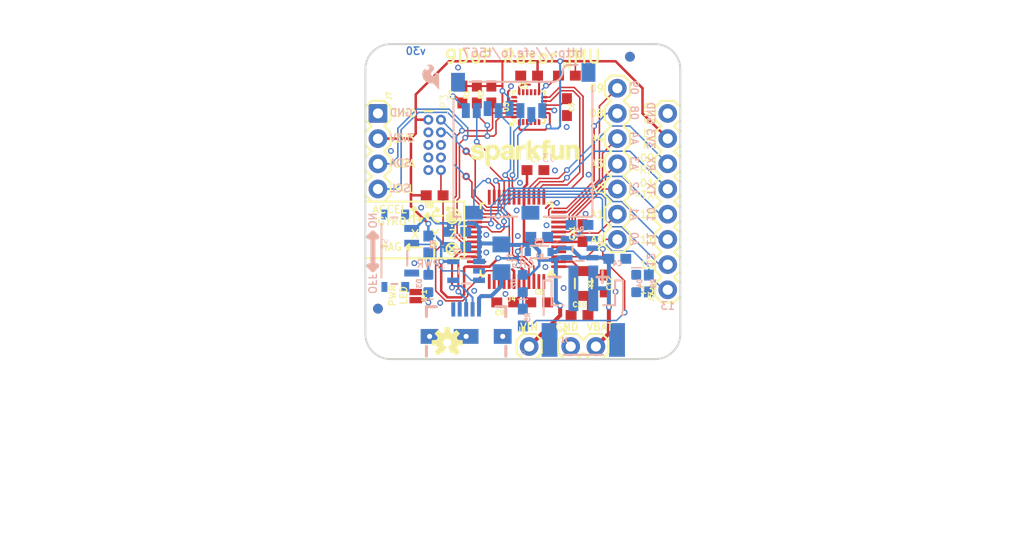
<source format=kicad_pcb>
(kicad_pcb (version 20211014) (generator pcbnew)
  (layers (0 "F.Cu" signal) (31 "B.Cu" signal) (34 "B.Paste" user) (35 "F.Paste" user) (36 "B.SilkS" user "B.Silkscreen") (37 "F.SilkS" user "F.Silkscreen") (38 "B.Mask" user) (39 "F.Mask" user) (44 "Edge.Cuts" user))
  (net 0 "")
  (net 1 "GND")
  (net 2 "REGOUT")
  (net 3 "3.3V")
  (net 4 "VDDCORE")
  (net 5 "N$2")
  (net 6 "N$4")
  (net 7 "~{RESET}")
  (net 8 "D+")
  (net 9 "D-")
  (net 10 "D1/TXO")
  (net 11 "D0/RXI")
  (net 12 "D4/INT")
  (net 13 "D3/FSYNC")
  (net 14 "D2/SD_CD")
  (net 15 "D5")
  (net 16 "D6")
  (net 17 "D7")
  (net 18 "VIN")
  (net 19 "A1")
  (net 20 "A0")
  (net 21 "D12")
  (net 22 "D10")
  (net 23 "N$5")
  (net 24 "D11")
  (net 25 "SWCLK")
  (net 26 "SWDIO")
  (net 27 "SDA")
  (net 28 "SCL")
  (net 29 "N$1")
  (net 30 "SD_MOSI")
  (net 31 "SD_SCK")
  (net 32 "SD_MISO")
  (net 33 "SD_~{CS}")
  (net 34 "D13")
  (net 35 "N$8")
  (net 36 "N$9")
  (net 37 "VREG_EN")
  (net 38 "N$7")
  (net 39 "CHG_LED")
  (net 40 "N$3")
  (net 41 "SHIELD")
  (net 42 "N$11")
  (net 43 "N$12")
  (net 44 "V_BATT")
  (net 45 "A2")
  (net 46 "A3")
  (net 47 "A4")
  (net 48 "A5")
  (net 49 "D8")
  (net 50 "D9")
  (net 51 "ID")
  (footprint "boardEagle:0603" (layer "F.Cu") (at 139.6111 104.3686 180)
    (fp_text reference "R8")
    (fp_text value "10k")
  )
  (footprint "boardEagle:PAD.03X.03" (layer "F.Cu") (at 142.7861 99.9236)
    (fp_text reference "TP2" hide)
    (fp_text value "TEST-POINT3" hide)
  )
  (footprint "boardEagle:1X07" (layer "F.Cu") (at 158.0261 108.8136 90)
    (fp_text reference "J4")
    (fp_text value "")
  )
  (footprint "boardEagle:CREATIVE_COMMONS" (layer "F.Cu") (at 116.1161 138.6586)
    (fp_text reference "FRAME1" hide)
    (fp_text value "FRAME-LETTER" hide)
  )
  (footprint "boardEagle:0603" (layer "F.Cu") (at 146.7231 115.1636 180)
    (fp_text reference "C9")
    (fp_text value "0.1uF")
  )
  (footprint "boardEagle:1X01" (layer "F.Cu") (at 149.1361 119.6086)
    (fp_text reference "J8")
    (fp_text value "")
  )
  (footprint "boardEagle:TQFP-48" (layer "F.Cu") (at 147.8661 108.8136 180)
    (fp_text reference "U4")
    (fp_text value "ATSAMD21G-A")
  )
  (footprint "boardEagle:0603" (layer "F.Cu") (at 154.5209 108.1786 90)
    (fp_text reference "C11")
    (fp_text value "0.1uF")
  )
  (footprint "boardEagle:STAND-OFF" (layer "F.Cu") (at 135.1661 91.6686)
    (fp_text reference "H4" hide)
    (fp_text value "STAND-OFF" hide)
  )
  (footprint "boardEagle:0603" (layer "F.Cu") (at 145.3261 94.2086 90)
    (fp_text reference "R2")
    (fp_text value "4.7k")
  )
  (footprint "boardEagle:0603" (layer "F.Cu") (at 156.7561 113.2586 -90)
    (fp_text reference "C12")
    (fp_text value "15pF")
  )
  (footprint "boardEagle:QFN24-3X3" (layer "F.Cu") (at 149.1361 95.4786 90)
    (fp_text reference "U3")
    (fp_text value "MPU-9250")
  )
  (footprint "boardEagle:0603" (layer "F.Cu") (at 149.1361 92.3036 180)
    (fp_text reference "C5")
    (fp_text value "0.1uF")
  )
  (footprint "boardEagle:1X04" (layer "F.Cu") (at 133.8961 96.1136 -90)
    (fp_text reference "J7")
    (fp_text value "")
  )
  (footprint "boardEagle:0603" (layer "F.Cu") (at 152.9461 92.3036)
    (fp_text reference "R6")
    (fp_text value "100k")
  )
  (footprint "boardEagle:0603" (layer "F.Cu") (at 142.4051 94.2086 90)
    (fp_text reference "R7")
    (fp_text value "100k")
  )
  (footprint "boardEagle:STAND-OFF" (layer "F.Cu") (at 161.8361 91.6686)
    (fp_text reference "H3" hide)
    (fp_text value "STAND-OFF" hide)
  )
  (footprint "boardEagle:OSHW-LOGO-S" (layer "F.Cu") (at 140.8811 119.2276)
    (fp_text reference "LOGO2" hide)
    (fp_text value "OSHW-LOGOS" hide)
  )
  (footprint "boardEagle:0603" (layer "F.Cu") (at 143.8656 94.2086 90)
    (fp_text reference "R1")
    (fp_text value "4.7k")
  )
  (footprint "boardEagle:0603" (layer "F.Cu") (at 154.2161 116.4336)
    (fp_text reference "C10")
    (fp_text value "15pF")
  )
  (footprint "boardEagle:SFE_LOGO_NAME_.1" (layer "F.Cu") (at 142.7861 102.0826)
    (fp_text reference "LOGO3" hide)
    (fp_text value "SFE_LOGO_NAME.1_INCH" hide)
  )
  (footprint "boardEagle:SMT-JUMPER_2_NC_PASTE_NO-SILK" (layer "F.Cu") (at 137.7061 114.5286 -90)
    (fp_text reference "JP1")
    (fp_text value "LED")
  )
  (footprint "boardEagle:FIDUCIAL-1X2" (layer "F.Cu") (at 133.8961 115.7986)
    (fp_text reference "FD4" hide)
    (fp_text value "FIDUCIAL1X2" hide)
  )
  (footprint "boardEagle:PAD.03X.03" (layer "F.Cu") (at 142.7861 102.4636)
    (fp_text reference "TP1" hide)
    (fp_text value "TEST-POINT3" hide)
  )
  (footprint "boardEagle:0603" (layer "F.Cu") (at 152.9461 95.4786 -90)
    (fp_text reference "C6")
    (fp_text value "0.1uF")
  )
  (footprint "boardEagle:0603" (layer "F.Cu") (at 149.7711 101.8286)
    (fp_text reference "C7")
    (fp_text value "0.1uF")
  )
  (footprint "boardEagle:0603" (layer "F.Cu") (at 150.1521 115.1636)
    (fp_text reference "C8")
    (fp_text value "0.1uF")
  )
  (footprint "boardEagle:CRYSTAL-SMD-3.2X1.5MM" (layer "F.Cu") (at 154.5971 113.2586 -90)
    (fp_text reference "Y1")
    (fp_text value "32.768kHz")
  )
  (footprint "boardEagle:2X5-PTH-1.27MM" (layer "F.Cu") (at 139.6111 99.2886 -90)
    (fp_text reference "JP3")
    (fp_text value "CORTEX_DEBUGPTH")
  )
  (footprint "boardEagle:STAND-OFF" (layer "F.Cu") (at 161.8361 118.3386)
    (fp_text reference "H1" hide)
    (fp_text value "STAND-OFF" hide)
  )
  (footprint "boardEagle:1X02" (layer "F.Cu") (at 153.3271 119.6086)
    (fp_text reference "J6")
    (fp_text value "")
  )
  (footprint "boardEagle:STAND-OFF" (layer "F.Cu") (at 135.1661 118.3386)
    (fp_text reference "H2" hide)
    (fp_text value "STAND-OFF" hide)
  )
  (footprint "boardEagle:1X08" (layer "F.Cu") (at 163.1061 113.8936 90)
    (fp_text reference "J5")
    (fp_text value "")
  )
  (footprint "boardEagle:FIDUCIAL-1X2" (layer "F.Cu") (at 159.2961 90.3986)
    (fp_text reference "FD2" hide)
    (fp_text value "FIDUCIAL1X2" hide)
  )
  (footprint "boardEagle:0603" (layer "B.Cu") (at 148.5011 116.6876 90)
    (fp_text reference "R5")
    (fp_text value "1k")
  )
  (footprint "boardEagle:FIDUCIAL-1X2" (layer "B.Cu") (at 159.2961 90.3986 180)
    (fp_text reference "FD3" hide)
    (fp_text value "FIDUCIAL1X2" hide)
  )
  (footprint "boardEagle:USB-B-MICRO-SMD_V03" (layer "B.Cu") (at 142.7861 118.5926 90)
    (fp_text reference "J2")
    (fp_text value "")
  )
  (footprint "boardEagle:0603" (layer "B.Cu") (at 158.0261 110.7694)
    (fp_text reference "C4")
    (fp_text value "4.7uF")
  )
  (footprint "boardEagle:0603" (layer "B.Cu") (at 141.8971 108.0516)
    (fp_text reference "C1")
    (fp_text value "1.0uF")
  )
  (footprint "boardEagle:LED-0603" (layer "B.Cu") (at 148.5011 113.2586 -90)
    (fp_text reference "D2")
    (fp_text value "Yellow")
  )
  (footprint "boardEagle:0603" (layer "B.Cu") (at 150.1521 108.5596)
    (fp_text reference "C3")
    (fp_text value "4.7uF")
  )
  (footprint "boardEagle:LED-0603" (layer "B.Cu") (at 138.9761 113.2586 -90)
    (fp_text reference "D3")
    (fp_text value "RED")
  )
  (footprint "boardEagle:JST-2-SMD" (layer "B.Cu") (at 154.5971 117.4496)
    (fp_text reference "J1")
    (fp_text value "LiPo")
  )
  (footprint "boardEagle:MICRO-SD-SOCKET-PP" (layer "B.Cu") (at 141.5161 106.5276 180)
    (fp_text reference "J3")
    (fp_text value "USD_CONNECTOR")
  )
  (footprint "boardEagle:LED-0603" (layer "B.Cu") (at 159.9311 113.2586 90)
    (fp_text reference "D4")
    (fp_text value "BLUE")
  )
  (footprint "boardEagle:0603" (layer "B.Cu") (at 141.8971 109.5756)
    (fp_text reference "C2")
    (fp_text value "2.2uF")
  )
  (footprint "boardEagle:SOD-323" (layer "B.Cu") (at 150.1521 110.0836)
    (fp_text reference "D1")
    (fp_text value "1A/23V/620mV")
  )
  (footprint "boardEagle:SOT23-5" (layer "B.Cu") (at 154.2161 109.7026 -90)
    (fp_text reference "U2")
    (fp_text value "MCP73831")
  )
  (footprint "boardEagle:SOT23-5" (layer "B.Cu") (at 142.7861 111.9886 -90)
    (fp_text reference "U1")
    (fp_text value "3.3V")
  )
  (footprint "boardEagle:0603" (layer "B.Cu") (at 138.9761 109.3216 90)
    (fp_text reference "R3")
    (fp_text value "1k")
  )
  (footprint "boardEagle:FIDUCIAL-1X2" (layer "B.Cu") (at 133.8961 115.7986 180)
    (fp_text reference "FD1" hide)
    (fp_text value "FIDUCIAL1X2" hide)
  )
  (footprint "boardEagle:SWITCH-SPST-SMD-A" (layer "B.Cu") (at 135.5471 109.9566 -90)
    (fp_text reference "S1")
    (fp_text value "SWITCH-SPST-SMD-A")
  )
  (footprint "boardEagle:0603" (layer "B.Cu") (at 161.2011 113.2586 90)
    (fp_text reference "R9")
    (fp_text value "1k")
  )
  (footprint "boardEagle:1206" (layer "B.Cu") (at 146.3421 110.7186 90)
    (fp_text reference "F1")
    (fp_text value "6V/0.5A")
  )
  (footprint "boardEagle:0603" (layer "B.Cu") (at 154.2161 107.3531)
    (fp_text reference "R4")
    (fp_text value "2.2k")
  )
  (footprint "boardEagle:SFE_LOGO_FLAME_.1" (layer "B.Cu") (at 140.3731 94.0816 180)
    (fp_text reference "LOGO1" hide)
    (fp_text value "SFE_LOGO_FLAME.1_INCH" hide)
  )
  (gr_line (start 133.3881 111.8616) (end 133.7691 111.4806) (layer "B.SilkS") (width 0.508))
  (gr_line (start 133.3881 108.1786) (end 133.0071 108.5596) (layer "B.SilkS") (width 0.508))
  (gr_line (start 133.0071 108.5596) (end 133.7691 108.5596) (layer "B.SilkS") (width 0.508))
  (gr_line (start 133.0071 111.4806) (end 133.3881 111.8616) (layer "B.SilkS") (width 0.508))
  (gr_line (start 133.3881 111.8616) (end 133.3881 108.1786) (layer "B.SilkS") (width 0.508))
  (gr_line (start 133.7691 108.5596) (end 133.3881 108.1786) (layer "B.SilkS") (width 0.508))
  (gr_line (start 133.7691 111.4806) (end 133.0071 111.4806) (layer "B.SilkS") (width 0.508))
  (gr_line (start 136.7536 109.601) (end 137.0076 109.347) (layer "F.SilkS") (width 0.254))
  (gr_line (start 140.0302 105.791) (end 139.7762 105.664) (layer "F.SilkS") (width 0.254))
  (gr_line (start 140.0302 105.791) (end 139.9032 106.0196) (layer "F.SilkS") (width 0.254))
  (gr_arc (start 137.033 106.9594) (mid 137.6045 106.3879) (end 138.176 106.9594) (layer "F.SilkS") (width 0.2032))
  (gr_line (start 142.5956 105.0036) (end 132.6261 105.0036) (layer "F.SilkS") (width 0.2032))
  (gr_line (start 139.573 109.0422) (end 139.573 110.4392) (layer "F.SilkS") (width 0.2032))
  (gr_arc (start 140.0302 107.061) (mid 139.3952 106.426) (end 140.0302 105.791) (layer "F.SilkS") (width 0.2032))
  (gr_line (start 141.0462 110.0836) (end 141.6812 109.4486) (layer "F.SilkS") (width 0.2032))
  (gr_line (start 142.5956 110.7186) (end 142.5956 105.0036) (layer "F.SilkS") (width 0.2032))
  (gr_line (start 139.573 109.0422) (end 139.827 109.2962) (layer "F.SilkS") (width 0.254))
  (gr_line (start 141.060515 105.863572) (end 140.898871 105.522322) (layer "F.SilkS") (width 0.254))
  (gr_line (start 137.541 105.5624) (end 137.541 107.2134) (layer "F.SilkS") (width 0.2032))
  (gr_circle (center 141.3891 106.62666) (end 141.4145 106.62666) (layer "F.SilkS") (width 0.4064) (fill none))
  (gr_line (start 140.809068 105.791732) (end 140.898871 105.522322) (layer "F.SilkS") (width 0.254))
  (gr_line (start 136.7536 109.601) (end 138.2776 109.601) (layer "F.SilkS") (width 0.2032))
  (gr_line (start 138.6332 106.426) (end 140.4112 106.426) (layer "F.SilkS") (width 0.2032))
  (gr_line (start 139.9032 106.0196) (end 139.7762 105.664) (layer "F.SilkS") (width 0.254))
  (gr_line (start 137.033 109.8804) (end 137.033 109.3216) (layer "F.SilkS") (width 0.254))
  (gr_line (start 139.2936 109.3216) (end 139.8524 109.3216) (layer "F.SilkS") (width 0.254))
  (gr_line (start 138.6332 106.426) (end 138.8872 106.68) (layer "F.SilkS") (width 0.254))
  (gr_line (start 137.795 105.8164) (end 137.287 105.8164) (layer "F.SilkS") (width 0.254))
  (gr_line (start 138.176 106.9594) (end 138.303 106.7054) (layer "F.SilkS") (width 0.254))
  (gr_line (start 137.541 105.5624) (end 137.287 105.8164) (layer "F.SilkS") (width 0.254))
  (gr_line (start 138.176 106.9594) (end 137.922 106.8324) (layer "F.SilkS") (width 0.254))
  (gr_line (start 138.9126 106.7054) (end 138.9126 106.1466) (layer "F.SilkS") (width 0.254))
  (gr_circle (center 141.39164 106.624119) (end 141.95954 106.624119) (layer "F.SilkS") (width 0.2032) (fill none))
  (gr_line (start 140.809068 105.791732) (end 141.060515 105.863572) (layer "F.SilkS") (width 0.254))
  (gr_line (start 139.573 109.0422) (end 139.319 109.2962) (layer "F.SilkS") (width 0.254))
  (gr_line (start 137.541 105.5624) (end 137.795 105.8164) (layer "F.SilkS") (width 0.254))
  (gr_line (start 141.0462 109.474) (end 141.6812 110.109) (layer "F.SilkS") (width 0.2032))
  (gr_line (start 136.7536 109.601) (end 137.0076 109.855) (layer "F.SilkS") (width 0.254))
  (gr_circle (center 141.361159 109.773719) (end 141.929059 109.773719) (layer "F.SilkS") (width 0.2032) (fill none))
  (gr_line (start 138.6332 106.426) (end 138.8872 106.172) (layer "F.SilkS") (width 0.254))
  (gr_line (start 142.5956 110.7186) (end 132.6261 110.7186) (layer "F.SilkS") (width 0.2032))
  (gr_line (start 138.303 106.7054) (end 137.922 106.8324) (layer "F.SilkS") (width 0.254))
  (gr_arc (start 140.844987 105.75581) (mid 142.050436 106.043219) (end 142.048343 107.282455) (layer "F.SilkS") (width 0.2032))
  (gr_line (start 161.8361 89.1286) (end 135.1661 89.1286) (layer "Edge.Cuts") (width 0.2032))
  (gr_line (start 164.3761 118.3386) (end 164.3761 91.6686) (layer "Edge.Cuts") (width 0.2032))
  (gr_arc (start 132.6261 91.6686) (mid 133.370049 89.872549) (end 135.1661 89.1286) (layer "Edge.Cuts") (width 0.2032))
  (gr_arc (start 135.1661 120.8786) (mid 133.370049 120.134651) (end 132.6261 118.3386) (layer "Edge.Cuts") (width 0.2032))
  (gr_arc (start 161.8361 89.1286) (mid 163.632151 89.872549) (end 164.3761 91.6686) (layer "Edge.Cuts") (width 0.2032))
  (gr_line (start 135.1661 120.8786) (end 161.8361 120.8786) (layer "Edge.Cuts") (width 0.2032))
  (gr_arc (start 164.3761 118.3386) (mid 163.632151 120.134651) (end 161.8361 120.8786) (layer "Edge.Cuts") (width 0.2032))
  (gr_line (start 132.6261 91.6686) (end 132.6261 118.3386) (layer "Edge.Cuts") (width 0.2032))
  (gr_text "v30" (at 137.7061 89.3826) (layer "B.Cu") (effects (font (size 0.75565 0.75565) (thickness 0.13335)) (justify top mirror)))
  (gr_text "11" (at 161.8361 108.8136 -90) (layer "B.SilkS") (effects (font (size 0.75565 0.75565) (thickness 0.13335)) (justify top mirror)))
  (gr_text "http://sfe.io/t567" (at 148.5011 89.5096) (layer "B.SilkS") (effects (font (size 0.8636 0.8636) (thickness 0.1524)) (justify top mirror)))
  (gr_text "TX" (at 161.8361 103.7336 -90) (layer "B.SilkS") (effects (font (size 0.75565 0.75565) (thickness 0.13335)) (justify top mirror)))
  (gr_text "A0" (at 159.2961 108.7501 -90) (layer "B.SilkS") (effects (font (size 0.75565 0.75565) (thickness 0.13335)) (justify bottom mirror)))
  (gr_text "OFF" (at 132.8801 113.2586 -90) (layer "B.SilkS") (effects (font (size 0.75565 0.75565) (thickness 0.13335)) (justify bottom mirror)))
  (gr_text "GND" (at 134.9883 96.0374) (layer "B.SilkS") (effects (font (size 0.75565 0.75565) (thickness 0.13335)) (justify right mirror)))
  (gr_text "3.3V" (at 134.9883 98.5774) (layer "B.SilkS") (effects (font (size 0.75565 0.75565) (thickness 0.13335)) (justify right mirror)))
  (gr_text "-" (at 152.8191 113.3856) (layer "B.SilkS") (effects (font (size 1.5113 1.5113) (thickness 0.2667)) (justify left bottom mirror)))
  (gr_text "A4" (at 159.2961 98.5901 -90) (layer "B.SilkS") (effects (font (size 0.75565 0.75565) (thickness 0.13335)) (justify bottom mirror)))
  (gr_text "PWR" (at 138.9761 111.7346) (layer "B.SilkS") (effects (font (size 0.75565 0.75565) (thickness 0.13335)) (justify bottom mirror)))
  (gr_text "10" (at 161.8361 106.2736 -90) (layer "B.SilkS") (effects (font (size 0.75565 0.75565) (thickness 0.13335)) (justify top mirror)))
  (gr_text "+" (at 157.6451 113.3856) (layer "B.SilkS") (effects (font (size 1.5113 1.5113) (thickness 0.2667)) (justify left bottom mirror)))
  (gr_text "GND" (at 161.8361 96.1136 -90) (layer "B.SilkS") (effects (font (size 0.75565 0.75565) (thickness 0.13335)) (justify top mirror)))
  (gr_text "ON" (at 132.8801 106.9086 -90) (layer "B.SilkS") (effects (font (size 0.75565 0.75565) (thickness 0.13335)) (justify bottom mirror)))
  (gr_text "RX" (at 161.8361 101.1936 -90) (layer "B.SilkS") (effects (font (size 0.75565 0.75565) (thickness 0.13335)) (justify top mirror)))
  (gr_text "09" (at 159.2961 93.5101 -90) (layer "B.SilkS") (effects (font (size 0.75565 0.75565) (thickness 0.13335)) (justify bottom mirror)))
  (gr_text "A2" (at 159.2961 103.6701 -90) (layer "B.SilkS") (effects (font (size 0.75565 0.75565) (thickness 0.13335)) (justify bottom mirror)))
  (gr_text "A3" (at 159.2961 101.1301 -90) (layer "B.SilkS") (effects (font (size 0.75565 0.75565) (thickness 0.13335)) (justify bottom mirror)))
  (gr_text "12" (at 161.8361 110.9091 -90) (layer "B.SilkS") (effects (font (size 0.75565 0.75565) (thickness 0.13335)) (justify top mirror)))
  (gr_text "13" (at 163.1061 115.0747) (layer "B.SilkS") (effects (font (size 0.75565 0.75565) (thickness 0.13335)) (justify top mirror)))
  (gr_text "SCL" (at 134.9883 103.6574) (layer "B.SilkS") (effects (font (size 0.75565 0.75565) (thickness 0.13335)) (justify right mirror)))
  (gr_text "08" (at 159.2961 96.0501 -90) (layer "B.SilkS") (effects (font (size 0.75565 0.75565) (thickness 0.13335)) (justify bottom mirror)))
  (gr_text "SDA" (at 134.9883 101.1174) (layer "B.SilkS") (effects (font (size 0.75565 0.75565) (thickness 0.13335)) (justify right mirror)))
  (gr_text "CHG" (at 148.5011 111.7346) (layer "B.SilkS") (effects (font (size 0.75565 0.75565) (thickness 0.13335)) (justify bottom mirror)))
  (gr_text "3V3" (at 161.8361 98.6536 -90) (layer "B.SilkS") (effects (font (size 0.75565 0.75565) (thickness 0.13335)) (justify top mirror)))
  (gr_text "A1" (at 159.2961 106.2101 -90) (layer "B.SilkS") (effects (font (size 0.75565 0.75565) (thickness 0.13335)) (justify bottom mirror)))
  (gr_text "12" (at 161.8361 111.3536) (layer "F.SilkS") (effects (font (size 0.75565 0.75565) (thickness 0.13335)) (justify right)))
  (gr_text "A1" (at 156.7561 106.2736) (layer "F.SilkS") (effects (font (size 0.75565 0.75565) (thickness 0.13335)) (justify right)))
  (gr_text "08" (at 156.7561 96.1136) (layer "F.SilkS") (effects (font (size 0.75565 0.75565) (thickness 0.13335)) (justify right)))
  (gr_text "Z" (at 141.4526 108.3056) (layer "F.SilkS") (effects (font (size 0.8636 0.8636) (thickness 0.1524))))
  (gr_text "11" (at 161.8361 108.8136) (layer "F.SilkS") (effects (font (size 0.75565 0.75565) (thickness 0.13335)) (justify right)))
  (gr_text "VIN" (at 149.1361 118.0846) (layer "F.SilkS") (effects (font (size 0.75565 0.75565) (thickness 0.13335)) (justify bottom)))
  (gr_text "3V3" (at 135.4201 98.6536) (layer "F.SilkS") (effects (font (size 0.75565 0.75565) (thickness 0.13335)) (justify left)))
  (gr_text "A0" (at 156.7561 108.8136) (layer "F.SilkS") (effects (font (size 0.73406 0.73406) (thickness 0.12954)) (justify right)))
  (gr_text "GND" (at 135.4201 96.1136) (layer "F.SilkS") (effects (font (size 0.75565 0.75565) (thickness 0.13335)) (justify left)))
  (gr_text "VBAT" (at 156.2481 118.0846) (layer "F.SilkS") (effects (font (size 0.75565 0.75565) (thickness 0.13335)) (justify bottom)))
  (gr_text "9DoF Razor IMU" (at 148.5011 91.1606) (layer "F.SilkS") (effects (font (size 1.2954 1.2954) (thickness 0.2286)) (justify bottom)))
  (gr_text "13" (at 161.8361 113.8936) (layer "F.SilkS") (effects (font (size 0.75565 0.75565) (thickness 0.13335)) (justify right)))
  (gr_text "01\n~TX" (at 161.8361 103.7336) (layer "F.SilkS") (effects (font (size 0.75565 0.75565) (thickness 0.13335)) (justify right)))
  (gr_text "00\n~RX" (at 161.8361 101.1936) (layer "F.SilkS") (effects (font (size 0.75565 0.75565) (thickness 0.13335)) (justify right)))
  (gr_text "PWR\nLED" (at 136.8806 114.4651 90) (layer "F.SilkS") (effects (font (size 0.69088 0.69088) (thickness 0.12192)) (justify bottom)))
  (gr_text "GND" (at 152.9461 118.0846) (layer "F.SilkS") (effects (font (size 0.75565 0.75565) (thickness 0.13335)) (justify bottom)))
  (gr_text "A3" (at 156.7561 101.1936) (layer "F.SilkS") (effects (font (size 0.75565 0.75565) (thickness 0.13335)) (justify right)))
  (gr_text "Y" (at 139.6746 108.3056) (layer "F.SilkS") (effects (font (size 0.8636 0.8636) (thickness 0.1524))))
  (gr_text "3V3" (at 161.6456 98.6536 90) (layer "F.SilkS") (effects (font (size 0.75565 0.75565) (thickness 0.13335)) (justify bottom)))
  (gr_text "10" (at 161.8361 106.2736) (layer "F.SilkS") (effects (font (size 0.75565 0.75565) (thickness 0.13335)) (justify right)))
  (gr_text "MAG" (at 136.3726 109.5756) (layer "F.SilkS") (effects (font (size 0.75565 0.75565) (thickness 0.13335)) (justify right)))
  (gr_text "SDA" (at 135.4201 101.1936) (layer "F.SilkS") (effects (font (size 0.75565 0.75565) (thickness 0.13335)) (justify left)))
  (gr_text "09" (at 156.7561 93.5736) (layer "F.SilkS") (effects (font (size 0.75565 0.75565) (thickness 0.13335)) (justify right)))
  (gr_text "ACCEL\nGYRO" (at 136.8806 106.4006) (layer "F.SilkS") (effects (font (size 0.75565 0.75565) (thickness 0.13335)) (justify right)))
  (gr_text "X" (at 137.6426 108.3056) (layer "F.SilkS") (effects (font (size 0.8636 0.8636) (thickness 0.1524))))
  (gr_text "A2" (at 156.7561 103.7336) (layer "F.SilkS") (effects (font (size 0.75565 0.75565) (thickness 0.13335)) (justify right)))
  (gr_text "SCL" (at 135.4201 103.7336) (layer "F.SilkS") (effects (font (size 0.75565 0.75565) (thickness 0.13335)) (justify left)))
  (gr_text "A4" (at 156.7561 98.6536) (layer "F.SilkS") (effects (font (size 0.75565 0.75565) (thickness 0.13335)) (justify right)))
  (gr_text "GND" (at 161.6456 96.1136 90) (layer "F.SilkS") (effects (font (size 0.75565 0.75565) (thickness 0.13335)) (justify bottom)))
  (segment (start 147.0025 94.869) (end 147.0025 93.9292) (width 0.2032) (layer "F.Cu") (net 1))
  (segment (start 147.6161 112.018) (end 147.4343 111.8362) (width 0.254) (layer "F.Cu") (net 1))
  (segment (start 148.1361 93.9261) (end 148.1361 93.4306) (width 0.2032) (layer "F.Cu") (net 1))
  (segment (start 150.6361 95.6786) (end 151.3681 95.6786) (width 0.2032) (layer "F.Cu") (net 1))
  (segment (start 148.3487 93.218) (end 149.2123 93.218) (width 0.2032) (layer "F.Cu") (net 1))
  (segment (start 148.1361 93.4306) (end 148.3487 93.218) (width 0.2032) (layer "F.Cu") (net 1))
  (segment (start 147.6161 113.0636) (end 147.6161 112.018) (width 0.254) (layer "F.Cu") (net 1))
  (segment (start 147.0025 93.9292) (end 147.1549 93.7768) (width 0.2032) (layer "F.Cu") (net 1))
  (segment (start 147.0121 94.8786) (end 147.0025 94.869) (width 0.2032) (layer "F.Cu") (net 1))
  (segment (start 151.3459 105.1306) (end 151.9301 105.1306) (width 0.2032) (layer "F.Cu") (net 1))
  (segment (start 147.6361 94.8786) (end 147.0121 94.8786) (width 0.2032) (layer "F.Cu") (net 1))
  (segment (start 143.6161 111.0636) (end 144.7017 111.0636) (width 0.254) (layer "F.Cu") (net 1))
  (segment (start 150.8125 105.664) (end 151.3459 105.1306) (width 0.2032) (layer "F.Cu") (net 1))
  (via (at 157.8483 114.0841) (size 0.5842) (drill 0.3302) (layers "F.Cu" "B.Cu") (net 1))
  (via (at 138.2522 105.6132) (size 0.5842) (drill 0.3302) (layers "F.Cu" "B.Cu") (net 1))
  (via (at 147.9931 108.4707) (size 0.5842) (drill 0.3302) (layers "F.Cu" "B.Cu") (net 1))
  (via (at 150.8887 107.3912) (size 0.5842) (drill 0.3302) (layers "F.Cu" "B.Cu") (net 1))
  (via (at 147.3073 93.3704) (size 0.5842) (drill 0.3302) (layers "F.Cu" "B.Cu") (net 1))
  (via (at 155.1305 102.2858) (size 0.5842) (drill 0.3302) (layers "F.Cu" "B.Cu") (net 1))
  (via (at 135.2042 99.8982) (size 0.5842) (drill 0.3302) (layers "F.Cu" "B.Cu") (net 1))
  (via (at 151.7396 101.8667) (size 0.5842) (drill 0.3302) (layers "F.Cu" "B.Cu") (net 1))
  (via (at 151.6761 95.8088) (size 0.5842) (drill 0.3302) (layers "F.Cu" "B.Cu") (net 1))
  (via (at 152.9207 97.4852) (size 0.5842) (drill 0.3302) (layers "F.Cu" "B.Cu") (net 1))
  (via (at 150.7744 111.5949) (size 0.5842) (drill 0.3302) (layers "F.Cu" "B.Cu") (net 1))
  (via (at 140.1699 115.2144) (size 0.5842) (drill 0.3302) (layers "F.Cu" "B.Cu") (net 1))
  (via (at 144.8181 110.1344) (size 0.5842) (drill 0.3302) (layers "F.Cu" "B.Cu") (net 1))
  (via (at 137.5664 111.2139) (size 0.5842) (drill 0.3302) (layers "F.Cu" "B.Cu") (net 1))
  (via (at 147.8788 105.8926) (size 0.5842) (drill 0.3302) (layers "F.Cu" "B.Cu") (net 1))
  (via (at 152.6159 113.7158) (size 0.5842) (drill 0.3302) (layers "F.Cu" "B.Cu") (net 1))
  (via (at 154.8257 106.2355) (size 0.5842) (drill 0.3302) (layers "F.Cu" "B.Cu") (net 1))
  (via (at 141.9733 91.4908) (size 0.5842) (drill 0.3302) (layers "F.Cu" "B.Cu") (net 1))
  (via (at 151.9301 105.1306) (size 0.5842) (drill 0.3302) (layers "F.Cu" "B.Cu") (net 1))
  (via (at 146.7485 114.3127) (size 0.5842) (drill 0.3302) (layers "F.Cu" "B.Cu") (net 1))
  (via (at 148.209 103.1113) (size 0.5842) (drill 0.3302) (layers "F.Cu" "B.Cu") (net 1))
  (via (at 143.5989 113.9952) (size 0.5842) (drill 0.3302) (layers "F.Cu" "B.Cu") (net 1))
  (via (at 144.8181 108.3564) (size 0.5842) (drill 0.3302) (layers "F.Cu" "B.Cu") (net 1))
  (segment (start 150.6361 95.2786) (end 152.2961 95.2786) (width 0.1524) (layer "F.Cu") (net 2))
  (segment (start 152.2961 95.2786) (end 152.9461 94.6286) (width 0.1524) (layer "F.Cu") (net 2))
  (segment (start 148.6161 113.0636) (end 148.6161 111.9766) (width 0.254) (layer "F.Cu") (net 3))
  (segment (start 157.8483 90.8558) (end 160.5661 93.5736) (width 0.254) (layer "F.Cu") (net 3))
  (segment (start 143.8656 93.3586) (end 145.3261 93.3586) (width 0.2032) (layer "F.Cu") (net 3))
  (segment (start 143.6161 111.5636) (end 142.7031 111.5636) (width 0.254) (layer "F.Cu") (net 3))
  (segment (start 146.4437 90.8558) (end 149.9861 90.8558) (width 0.254) (layer "F.Cu") (net 3))
  (segment (start 147.99355 110.0288) (end 148.6161 109.40625) (width 0.254) (layer "F.Cu") (net 3))
  (segment (start 137.2235 104.3686) (end 137.2235 98.6536) (width 0.254) (layer "F.Cu") (net 3))
  (segment (start 150.7617 97.7646) (end 151.0919 97.4344) (width 0.2032) (layer "F.Cu") (net 3))
  (segment (start 148.6161 104.5636) (end 148.6161 103.5678) (width 0.254) (layer "F.Cu") (net 3))
  (segment (start 146.4437 90.8558) (end 141.0589 90.8558) (width 0.254) (layer "F.Cu") (net 3))
  (segment (start 148.6161 103.5678) (end 148.9211 103.2628) (width 0.254) (layer "F.Cu") (net 3))
  (segment (start 140.2715 114.0206) (end 140.2715 111.0386) (width 0.254) (layer "F.Cu") (net 3))
  (segment (start 146.4437 95.377) (end 146.4437 93.853) (width 0.2032) (layer "F.Cu") (net 3))
  (segment (start 145.3261 93.3586) (end 145.3397 93.345) (width 0.2032) (layer "F.Cu") (net 3))
  (segment (start 137.2235 98.6536) (end 137.2235 98.6282) (width 0.254) (layer "F.Cu") (net 3))
  (segment (start 137.7061 98.1456) (end 137.7061 96.7486) (width 0.254) (layer "F.Cu") (net 3))
  (segment (start 151.1331 96.0786) (end 151.2189 96.1644) (width 0.2032) (layer "F.Cu") (net 3))
  (segment (start 137.2235 105.4862) (end 137.2235 104.3686) (width 0.254) (layer "F.Cu") (net 3))
  (segment (start 148.2471 97.7646) (end 150.7617 97.7646) (width 0.2032) (layer "F.Cu") (net 3))
  (segment (start 152.2603 90.8558) (end 154.2161 90.8558) (width 0.254) (layer "F.Cu") (net 3))
  (segment (start 143.6161 111.5636) (end 145.1678 111.5636) (width 0.254) (layer "F.Cu") (net 3))
  (segment (start 147.6361 95.6786) (end 146.7453 95.6786) (width 0.2032) (layer "F.Cu") (net 3))
  (segment (start 148.2031 111.5636) (end 148.19675 111.5636) (width 0.254) (layer "F.Cu") (net 3))
  (segment (start 137.2235 98.6282) (end 137.7061 98.1456) (width 0.254) (layer "F.Cu") (net 3))
  (segment (start 150.6361 96.0786) (end 151.1331 96.0786) (width 0.2032) (layer "F.Cu") (net 3))
  (segment (start 142.5829 111.6838) (end 142.7031 111.5636) (width 0.254) (layer "F.Cu") (net 3))
  (segment (start 140.9065 114.6556) (end 140.2715 114.0206) (width 0.254) (layer "F.Cu") (net 3))
  (segment (start 138.9761 107.2388) (end 137.2235 105.4862) (width 0.254) (layer "F.Cu") (net 3))
  (segment (start 153.7961 92.3036) (end 153.7961 90.8558) (width 0.1524) (layer "F.Cu") (net 3))
  (segment (start 149.9861 92.3036) (end 149.9861 90.8558) (width 0.254) (layer "F.Cu") (net 3))
  (segment (start 142.5829 111.6838) (end 142.5829 114.3508) (width 0.254) (layer "F.Cu") (net 3))
  (segment (start 133.8961 98.6536) (end 137.2235 98.6536) (width 0.254) (layer "F.Cu") (net 3))
  (segment (start 148.6161 109.40625) (end 148.6161 109.0636) (width 0.254) (layer "F.Cu") (net 3))
  (segment (start 151.0919 97.4344) (end 151.2189 97.3074) (width 0.2032) (layer "F.Cu") (net 3))
  (segment (start 137.7061 94.2086) (end 137.7061 96.7486) (width 0.254) (layer "F.Cu") (net 3))
  (segment (start 141.0589 90.8558) (end 137.7061 94.2086) (width 0.254) (layer "F.Cu") (net 3))
  (segment (start 150.1361 92.4536) (end 150.1361 93.9261) (width 0.2032) (layer "F.Cu") (net 3))
  (segment (start 148.6161 113.0636) (end 148.6161 114.4776) (width 0.254) (layer "F.Cu") (net 3))
  (segment (start 148.6161 109.0636) (end 148.6161 104.5636) (width 0.254) (layer "F.Cu") (net 3))
  (segment (start 148.9211 103.2628) (end 148.9211 101.8286) (width 0.254) (layer "F.Cu") (net 3))
  (segment (start 154.2161 90.8558) (end 157.8483 90.8558) (width 0.254) (layer "F.Cu") (net 3))
  (segment (start 160.5661 93.5736) (end 160.5661 96.1136) (width 0.254) (layer "F.Cu") (net 3))
  (segment (start 149.9861 90.8558) (end 152.2603 90.8558) (width 0.254) (layer "F.Cu") (net 3))
  (segment (start 148.6161 109.0636) (end 152.1161 109.0636) (width 0.254) (layer "F.Cu") (net 3))
  (segment (start 142.2781 114.6556) (end 140.9065 114.6556) (width 0.254) (layer "F.Cu") (net 3))
  (segment (start 145.3397 93.345) (end 146.4437 93.345) (width 0.2032) (layer "F.Cu") (net 3))
  (segment (start 148.6161 101.8286) (end 148.9211 101.8286) (width 0.254) (layer "F.Cu") (net 3))
  (segment (start 154.4859 109.0636) (end 154.5209 109.0286) (width 0.254) (layer "F.Cu") (net 3))
  (segment (start 142.4051 93.3586) (end 143.8656 93.3586) (width 0.2032) (layer "F.Cu") (net 3))
  (segment (start 146.4437 93.345) (end 146.4437 90.8558) (width 0.2032) (layer "F.Cu") (net 3))
  (segment (start 148.1361 97.6536) (end 148.2471 97.7646) (width 0.2032) (layer "F.Cu") (net 3))
  (segment (start 148.6161 114.4776) (end 149.3021 115.1636) (width 0.254) (layer "F.Cu") (net 3))
  (segment (start 149.9861 92.3036) (end 150.1361 92.4536) (width 0.2032) (layer "F.Cu") (net 3))
  (segment (start 146.7453 95.6786) (end 146.4437 95.377) (width 0.2032) (layer "F.Cu") (net 3))
  (segment (start 148.2031 111.5636) (end 148.6161 111.9766) (width 0.254) (layer "F.Cu") (net 3))
  (segment (start 138.9761 96.7486) (end 137.7061 96.7486) (width 0.254) (layer "F.Cu") (net 3))
  (segment (start 138.7611 104.3686) (end 137.2235 104.3686) (width 0.254) (layer "F.Cu") (net 3))
  (segment (start 148.19675 111.5636) (end 148.06975 111.4366) (width 0.254) (layer "F.Cu") (net 3))
  (segment (start 148.1361 97.0311) (end 148.1361 97.6536) (width 0.2032) (layer "F.Cu") (net 3))
  (segment (start 152.1161 109.0636) (end 154.4859 109.0636) (width 0.254) (layer "F.Cu") (net 3))
  (segment (start 153.7961 90.8558) (end 154.2161 90.8558) (width 0.1524) (layer "F.Cu") (net 3))
  (segment (start 151.2189 97.3074) (end 151.2189 96.1644) (width 0.2032) (layer "F.Cu") (net 3))
  (segment (start 145.1678 111.5636) (end 146.0128 110.7186) (width 0.254) (layer "F.Cu") (net 3))
  (segment (start 163.1061 98.6536) (end 160.5661 96.1136) (width 0.254) (layer "F.Cu") (net 3))
  (segment (start 146.4437 93.853) (end 146.4437 93.345) (width 0.2032) (layer "F.Cu") (net 3))
  (segment (start 142.5829 114.3508) (end 142.2781 114.6556) (width 0.254) (layer "F.Cu") (net 3))
  (via (at 148.06975 111.4366) (size 0.5842) (drill 0.3302) (layers "F.Cu" "B.Cu") (net 3))
  (via (at 147.99355 110.0288) (size 0.5842) (drill 0.3302) (layers "F.Cu" "B.Cu") (net 3))
  (via (at 151.0919 97.4344) (size 0.5842) (drill 0.3302) (layers "F.Cu" "B.Cu") (net 3))
  (via (at 146.4437 93.853) (size 0.5842) (drill 0.3302) (layers "F.Cu" "B.Cu") (net 3))
  (via (at 152.2603 90.8558) (size 0.5842) (drill 0.3302) (layers "F.Cu" "B.Cu") (net 3))
  (via (at 140.2715 111.0386) (size 0.5842) (drill 0.3302) (layers "F.Cu" "B.Cu") (net 3))
  (via (at 146.0128 110.7186) (size 0.5842) (drill 0.3302) (layers "F.Cu" "B.Cu") (net 3))
  (via (at 138.9761 107.2388) (size 0.5842) (drill 0.3302) (layers "F.Cu" "B.Cu") (net 3))
  (segment (start 138.9761 108.4716) (end 139.6891 108.4716) (width 0.254) (layer "B.Cu") (net 3))
  (segment (start 152.2603 97.409) (end 152.2603 90.8558) (width 0.2032) (layer "B.Cu") (net 3))
  (segment (start 141.0471 109.5756) (end 140.2715 109.5756) (width 0.254) (layer "B.Cu") (net 3))
  (segment (start 152.0317 97.6376) (end 151.2951 97.6376) (width 0.2032) (layer "B.Cu") (net 3))
  (segment (start 140.2715 109.5756) (end 140.2715 109.054) (width 0.254) (layer "B.Cu") (net 3))
  (segment (start 151.2951 97.6376) (end 151.0919 97.4344) (width 0.2032) (layer "B.Cu") (net 3))
  (segment (start 147.1561 95.6276) (end 147.1561 94.5654) (width 0.1524) (layer "B.Cu") (net 3))
  (segment (start 147.99355 110.7186) (end 147.99355 111.3604) (width 0.254) (layer "B.Cu") (net 3))
  (segment (start 146.0128 110.7186) (end 147.99355 110.7186) (width 0.254) (layer "B.Cu") (net 3))
  (segment (start 140.2715 111.0386) (end 140.2715 109.5756) (width 0.254) (layer "B.Cu") (net 3))
  (segment (start 147.1561 94.5654) (end 146.4437 93.853) (width 0.1524) (layer "B.Cu") (net 3))
  (segment (start 147.99355 111.3604) (end 148.06975 111.4366) (width 0.254) (layer "B.Cu") (net 3))
  (segment (start 152.2603 97.409) (end 152.0317 97.6376) (width 0.2032) (layer "B.Cu") (net 3))
  (segment (start 141.486 111.0386) (end 140.2715 111.0386) (width 0.3048) (layer "B.Cu") (net 3))
  (segment (start 140.2715 109.054) (end 139.6891 108.4716) (width 0.254) (layer "B.Cu") (net 3))
  (segment (start 147.99355 110.7186) (end 147.99355 110.0288) (width 0.254) (layer "B.Cu") (net 3))
  (segment (start 138.9761 107.2388) (end 138.9761 108.4716) (width 0.254) (layer "B.Cu") (net 3))
  (segment (start 148.1161 113.0636) (end 148.1161 114.6206) (width 0.254) (layer "F.Cu") (net 4))
  (segment (start 148.1161 114.6206) (end 147.5731 115.1636) (width 0.254) (layer "F.Cu") (net 4))
  (segment (start 153.2323 111.5636) (end 153.3779 111.7092) (width 0.2032) (layer "F.Cu") (net 5))
  (segment (start 153.3779 111.7092) (end 153.3779 113.665) (width 0.2032) (layer "F.Cu") (net 5))
  (segment (start 152.1161 111.5636) (end 153.2323 111.5636) (width 0.2032) (layer "F.Cu") (net 5))
  (segment (start 155.0661 116.4336) (end 155.0661 114.9776) (width 0.2032) (layer "F.Cu") (net 5))
  (segment (start 155.0661 114.9776) (end 154.5971 114.5086) (width 0.2032) (layer "F.Cu") (net 5))
  (segment (start 154.5971 114.5086) (end 154.2215 114.5086) (width 0.2032) (layer "F.Cu") (net 5))
  (segment (start 153.3779 113.665) (end 154.2215 114.5086) (width 0.2032) (layer "F.Cu") (net 5))
  (segment (start 154.5971 112.0086) (end 154.4647 112.0086) (width 0.2032) (layer "F.Cu") (net 6))
  (segment (start 156.7561 112.4086) (end 154.9971 112.4086) (width 0.2032) (layer "F.Cu") (net 6))
  (segment (start 154.9971 112.4086) (end 154.5971 112.0086) (width 0.2032) (layer "F.Cu") (net 6))
  (segment (start 152.1161 111.0636) (end 153.5197 111.0636) (width 0.2032) (layer "F.Cu") (net 6))
  (segment (start 153.5197 111.0636) (end 154.4647 112.0086) (width 0.2032) (layer "F.Cu") (net 6))
  (segment (start 146.527518 111.970819) (end 144.835881 111.970819) (width 0.1524) (layer "F.Cu") (net 7))
  (segment (start 140.2461 104.1536) (end 140.4611 104.3686) (width 0.1524) (layer "F.Cu") (net 7))
  (segment (start 140.723618 115.013741) (end 139.7127 114.002822) (width 0.1524) (layer "F.Cu") (net 7))
  (segment (start 140.2461 101.8286) (end 140.2461 104.1536) (width 0.1524) (layer "F.Cu") (net 7))
  (segment (start 146.6161 113.0636) (end 146.6161 112.0594) (width 0.1524) (layer "F.Cu") (net 7))
  (segment (start 142.440659 115.013741) (end 142.9385 114.5159) (width 0.1524) (layer "F.Cu") (net 7))
  (segment (start 140.4611 104.3686) (end 140.4611 109.2336) (width 0.1524) (layer "F.Cu") (net 7))
  (segment (start 142.9385 114.5159) (end 142.9385 113.8682) (width 0.1524) (layer "F.Cu") (net 7))
  (segment (start 139.7127 109.982) (end 140.4611 109.2336) (width 0.1524) (layer "F.Cu") (net 7))
  (segment (start 142.9385 113.8682) (end 144.835881 111.970819) (width 0.1524) (layer "F.Cu") (net 7))
  (segment (start 140.723618 115.013741) (end 142.440659 115.013741) (width 0.1524) (layer "F.Cu") (net 7))
  (segment (start 139.7127 114.002822) (end 139.7127 109.982) (width 0.1524) (layer "F.Cu") (net 7))
  (segment (start 146.6161 112.0594) (end 146.527518 111.970819) (width 0.1524) (layer "F.Cu") (net 7))
  (segment (start 141.9987 110.8202) (end 142.2553 110.5636) (width 0.2032) (layer "F.Cu") (net 8))
  (segment (start 141.9987 114.0714) (end 141.9987 110.8202) (width 0.2032) (layer "F.Cu") (net 8))
  (segment (start 143.6161 110.5636) (end 142.2553 110.5636) (width 0.2032) (layer "F.Cu") (net 8))
  (via (at 141.9987 114.0714) (size 0.5842) (drill 0.3302) (layers "F.Cu" "B.Cu") (net 8))
  (segment (start 142.7861 115.8676) (end 142.7861 114.8588) (width 0.2032) (layer "B.Cu") (net 8))
  (segment (start 142.7861 114.8588) (end 141.9987 114.0714) (width 0.2032) (layer "B.Cu") (net 8))
  (segment (start 141.3637 110.871) (end 142.1711 110.0636) (width 0.2032) (layer "F.Cu") (net 9))
  (segment (start 142.1711 110.0636) (end 143.6161 110.0636) (width 0.2032) (layer "F.Cu") (net 9))
  (segment (start 141.3637 113.665) (end 141.3637 110.871) (width 0.2032) (layer "F.Cu") (net 9))
  (via (at 141.3637 113.665) (size 0.5842) (drill 0.3302) (layers "F.Cu" "B.Cu") (net 9))
  (segment (start 143.4361 114.6706) (end 142.2781 113.5126) (width 0.2032) (layer "B.Cu") (net 9))
  (segment (start 141.5161 113.5126) (end 142.2781 113.5126) (width 0.2032) (layer "B.Cu") (net 9))
  (segment (start 143.4361 115.8676) (end 143.4361 114.6706) (width 0.2032) (layer "B.Cu") (net 9))
  (segment (start 141.3637 113.665) (end 141.5161 113.5126) (width 0.2032) (layer "B.Cu") (net 9))
  (segment (start 150.2537 102.997) (end 152.5397 102.997) (width 0.1524) (layer "F.Cu") (net 10))
  (segment (start 150.2537 102.997) (end 149.6161 103.6346) (width 0.1524) (layer "F.Cu") (net 10))
  (segment (start 149.6161 104.5636) (end 149.6161 103.6346) (width 0.1524) (layer "F.Cu") (net 10))
  (segment (start 152.5397 102.997) (end 152.9461 102.5906) (width 0.1524) (layer "F.Cu") (net 10))
  (via (at 152.9461 102.5906) (size 0.5842) (drill 0.3302) (layers "F.Cu" "B.Cu") (net 10))
  (segment (start 159.2961 99.9236) (end 163.1061 103.7336) (width 0.1524) (layer "B.Cu") (net 10))
  (segment (start 155.6131 99.9236) (end 159.2961 99.9236) (width 0.1524) (layer "B.Cu") (net 10))
  (segment (start 152.9461 102.5906) (end 155.6131 99.9236) (width 0.1524) (layer "B.Cu") (net 10))
  (segment (start 149.1161 104.5636) (end 149.1161 103.6266) (width 0.1524) (layer "F.Cu") (net 11))
  (segment (start 150.0759 102.6668) (end 149.1161 103.6266) (width 0.1524) (layer "F.Cu") (net 11))
  (segment (start 150.0759 102.6668) (end 152.1079 102.6668) (width 0.1524) (layer "F.Cu") (net 11))
  (segment (start 152.1079 102.6668) (end 152.9461 101.8286) (width 0.1524) (layer "F.Cu") (net 11))
  (via (at 152.9461 101.8286) (size 0.5842) (drill 0.3302) (layers "F.Cu" "B.Cu") (net 11))
  (segment (start 159.2961 97.3836) (end 163.1061 101.1936) (width 0.1524) (layer "B.Cu") (net 11))
  (segment (start 157.3911 97.3836) (end 159.2961 97.3836) (width 0.1524) (layer "B.Cu") (net 11))
  (segment (start 152.9461 101.8286) (end 157.3911 97.3836) (width 0.1524) (layer "B.Cu") (net 11))
  (segment (start 154.5717 94.3864) (end 154.5717 102.489) (width 0.1524) (layer "F.Cu") (net 12))
  (segment (start 150.6855 103.6574) (end 153.4033 103.6574) (width 0.1524) (layer "F.Cu") (net 12))
  (segment (start 151.2029 94.4786) (end 152.1841 93.4974) (width 0.1524) (layer "F.Cu") (net 12))
  (segment (start 150.6161 103.7268) (end 150.6855 103.6574) (width 0.1524) (layer "F.Cu") (net 12))
  (segment (start 153.6827 93.4974) (end 154.5717 94.3864) (width 0.1524) (layer "F.Cu") (net 12))
  (segment (start 150.6886 94.4786) (end 151.2029 94.4786) (width 0.1524) (layer "F.Cu") (net 12))
  (segment (start 152.1841 93.4974) (end 153.6827 93.4974) (width 0.1524) (layer "F.Cu") (net 12))
  (segment (start 150.6161 104.5636) (end 150.6161 103.7268) (width 0.1524) (layer "F.Cu") (net 12))
  (segment (start 153.4033 103.6574) (end 154.5717 102.489) (width 0.1524) (layer "F.Cu") (net 12))
  (segment (start 154.2415 94.5134) (end 153.5557 93.8276) (width 0.1524) (layer "F.Cu") (net 13))
  (segment (start 150.1161 103.7442) (end 150.5331 103.3272) (width 0.1524) (layer "F.Cu") (net 13))
  (segment (start 150.5331 103.3272) (end 152.9715 103.3272) (width 0.1524) (layer "F.Cu") (net 13))
  (segment (start 150.1161 104.5636) (end 150.1161 103.7442) (width 0.1524) (layer "F.Cu") (net 13))
  (segment (start 153.5557 93.8276) (end 152.3365 93.8276) (width 0.1524) (layer "F.Cu") (net 13))
  (segment (start 154.2415 102.0572) (end 154.2415 94.5134) (width 0.1524) (layer "F.Cu") (net 13))
  (segment (start 152.9715 103.3272) (end 154.2415 102.0572) (width 0.1524) (layer "F.Cu") (net 13))
  (segment (start 152.3365 93.8276) (end 151.2855 94.8786) (width 0.1524) (layer "F.Cu") (net 13))
  (segment (start 151.2855 94.8786) (end 150.6361 94.8786) (width 0.1524) (layer "F.Cu") (net 13))
  (segment (start 145.6161 104.5636) (end 145.6161 103.4976) (width 0.1524) (layer "F.Cu") (net 14))
  (segment (start 145.6161 103.4976) (end 145.0139 102.8954) (width 0.1524) (layer "F.Cu") (net 14))
  (via (at 145.0139 102.8954) (size 0.5842) (drill 0.3302) (layers "F.Cu" "B.Cu") (net 14))
  (segment (start 144.5059 102.8954) (end 143.5661 103.8352) (width 0.1524) (layer "B.Cu") (net 14))
  (segment (start 145.0139 102.8954) (end 144.5059 102.8954) (width 0.1524) (layer "B.Cu") (net 14))
  (segment (start 143.5661 106.1276) (end 143.5661 103.8352) (width 0.1524) (layer "B.Cu") (net 14))
  (segment (start 152.2603 116.4844) (end 152.2603 115.4938) (width 0.4064) (layer "F.Cu") (net 18))
  (segment (start 152.2603 116.4844) (end 149.1361 119.6086) (width 0.4064) (layer "F.Cu") (net 18))
  (via (at 152.2603 115.4938) (size 0.5842) (drill 0.3302) (layers "F.Cu" "B.Cu") (net 18))
  (segment (start 151.8285 110.871) (end 151.9047 110.871) (width 0.4064) (layer "B.Cu") (net 18))
  (segment (start 152.1231 110.6526) (end 152.916 110.6526) (width 0.4064) (layer "B.Cu") (net 18))
  (segment (start 148.5011 112.3816) (end 149.2511 112.3816) (width 0.254) (layer "B.Cu") (net 18))
  (segment (start 150.5585 110.871) (end 151.8285 110.871) (width 0.4064) (layer "B.Cu") (net 18))
  (segment (start 149.3021 109.3724) (end 149.5425 109.3724) (width 0.4064) (layer "B.Cu") (net 18))
  (segment (start 150.1521 109.982) (end 150.1521 110.871) (width 0.4064) (layer "B.Cu") (net 18))
  (segment (start 146.3959 109.3724) (end 149.0021 109.3724) (width 0.4064) (layer "B.Cu") (net 18))
  (segment (start 149.5425 109.3724) (end 150.1521 109.982) (width 0.4064) (layer "B.Cu") (net 18))
  (segment (start 144.0862 107.6245) (end 143.6497 107.188) (width 0.4064) (layer "B.Cu") (net 18))
  (segment (start 146.2492 109.2257) (end 146.3421 109.3186) (width 0.4064) (layer "B.Cu") (net 18))
  (segment (start 141.0471 108.0516) (end 141.0471 107.188) (width 0.4064) (layer "B.Cu") (net 18))
  (segment (start 151.8285 115.062) (end 151.8285 110.871) (width 0.4064) (layer "B.Cu") (net 18))
  (segment (start 149.3021 109.3724) (end 149.0021 109.3724) (width 0.4064) (layer "B.Cu") (net 18))
  (segment (start 152.2603 115.4938) (end 151.8285 115.062) (width 0.4064) (layer "B.Cu") (net 18))
  (segment (start 151.9047 110.871) (end 152.1231 110.6526) (width 0.4064) (layer "B.Cu") (net 18))
  (segment (start 149.3021 108.5596) (end 149.3021 109.3724) (width 0.4064) (layer "B.Cu") (net 18))
  (segment (start 150.1521 110.871) (end 150.1521 111.4806) (width 0.254) (layer "B.Cu") (net 18))
  (segment (start 149.0021 110.0836) (end 149.0021 109.3724) (width 0.4064) (layer "B.Cu") (net 18))
  (segment (start 150.5585 110.9592) (end 150.5585 110.871) (width 0.254) (layer "B.Cu") (net 18))
  (segment (start 149.2511 112.3816) (end 150.1521 111.4806) (width 0.254) (layer "B.Cu") (net 18))
  (segment (start 141.0471 107.188) (end 139.7635 107.188) (width 0.254) (layer "B.Cu") (net 18))
  (segment (start 146.3421 109.3186) (end 146.3959 109.3724) (width 0.4064) (layer "B.Cu") (net 18))
  (segment (start 144.0862 109.2257) (end 146.2492 109.2257) (width 0.4064) (layer "B.Cu") (net 18))
  (segment (start 150.5585 110.871) (end 150.1521 110.871) (width 0.4064) (layer "B.Cu") (net 18))
  (segment (start 144.0862 111.0386) (end 144.0862 109.2257) (width 0.4064) (layer "B.Cu") (net 18))
  (segment (start 141.0471 107.188) (end 143.6497 107.188) (width 0.4064) (layer "B.Cu") (net 18))
  (segment (start 137.6447 107.7066) (end 137.2971 107.7066) (width 0.254) (layer "B.Cu") (net 18))
  (segment (start 138.6967 106.6546) (end 137.6447 107.7066) (width 0.254) (layer "B.Cu") (net 18))
  (segment (start 139.7635 107.188) (end 139.2301 106.6546) (width 0.254) (layer "B.Cu") (net 18))
  (segment (start 138.6967 106.6546) (end 139.2301 106.6546) (width 0.254) (layer "B.Cu") (net 18))
  (segment (start 144.0862 109.2257) (end 144.0862 107.6245) (width 0.4064) (layer "B.Cu") (net 18))
  (segment (start 152.1161 108.5636) (end 153.2469 108.5636) (width 0.1524) (layer "F.Cu") (net 19))
  (segment (start 156.1211 108.1786) (end 158.0261 106.2736) (width 0.1524) (layer "F.Cu") (net 19))
  (segment (start 153.2469 108.5636) (end 153.6319 108.1786) (width 0.1524) (layer "F.Cu") (net 19))
  (segment (start 153.6319 108.1786) (end 156.1211 108.1786) (width 0.1524) (layer "F.Cu") (net 19))
  (segment (start 158.0261 108.8136) (end 156.7307 108.8136) (width 0.1524) (layer "F.Cu") (net 20))
  (segment (start 156.7307 108.8136) (end 154.9807 110.5636) (width 0.1524) (layer "F.Cu") (net 20))
  (segment (start 154.9807 110.5636) (end 152.1161 110.5636) (width 0.1524) (layer "F.Cu") (net 20))
  (segment (start 145.3769 108.0516) (end 144.8889 107.5636) (width 0.1524) (layer "F.Cu") (net 21))
  (segment (start 146.601181 107.0102) (end 146.601181 107.741719) (width 0.1524) (layer "F.Cu") (net 21))
  (segment (start 146.601181 107.741719) (end 146.2913 108.0516) (width 0.1524) (layer "F.Cu") (net 21))
  (segment (start 146.2913 108.0516) (end 145.3769 108.0516) (width 0.1524) (layer "F.Cu") (net 21))
  (segment (start 144.8889 107.5636) (end 143.6161 107.5636) (width 0.1524) (layer "F.Cu") (net 21))
  (via (at 146.601181 107.0102) (size 0.5842) (drill 0.3302) (layers "F.Cu" "B.Cu") (net 21))
  (segment (start 156.8323 104.6734) (end 156.8323 106.9086) (width 0.1524) (layer "B.Cu") (net 21))
  (segment (start 156.4259 104.267) (end 156.8323 104.6734) (width 0.1524) (layer "B.Cu") (net 21))
  (segment (start 162.2679 111.3536) (end 163.1061 111.3536) (width 0.1524) (layer "B.Cu") (net 21))
  (segment (start 146.601181 107.0102) (end 146.601181 106.278682) (width 0.1524) (layer "B.Cu") (net 21))
  (segment (start 158.4579 107.5436) (end 162.2679 111.3536) (width 0.1524) (layer "B.Cu") (net 21))
  (segment (start 157.4673 107.5436) (end 158.4579 107.5436) (width 0.1524) (layer "B.Cu") (net 21))
  (segment (start 146.3167 105.9942) (end 146.3167 105.3338) (width 0.1524) (layer "B.Cu") (net 21))
  (segment (start 146.3167 105.3338) (end 147.3835 104.267) (width 0.1524) (layer "B.Cu") (net 21))
  (segment (start 156.8323 106.9086) (end 157.4673 107.5436) (width 0.1524) (layer "B.Cu") (net 21))
  (segment (start 146.601181 106.278682) (end 146.3167 105.9942) (width 0.1524) (layer "B.Cu") (net 21))
  (segment (start 147.3835 104.267) (end 156.4259 104.267) (width 0.1524) (layer "B.Cu") (net 21))
  (segment (start 145.12804 107.0636) (end 145.288 107.22356) (width 0.1524) (layer "F.Cu") (net 22))
  (segment (start 143.6161 107.0636) (end 145.12804 107.0636) (width 0.1524) (layer "F.Cu") (net 22))
  (via (at 145.288 107.22356) (size 0.5842) (drill 0.3302) (layers "F.Cu" "B.Cu") (net 22))
  (segment (start 155.5877 103.6574) (end 156.7815 102.4636) (width 0.1524) (layer "B.Cu") (net 22))
  (segment (start 145.288 107.22356) (end 145.288 105.47985) (width 0.1524) (layer "B.Cu") (net 22))
  (segment (start 147.11045 103.6574) (end 155.5877 103.6574) (width 0.1524) (layer "B.Cu") (net 22))
  (segment (start 156.7815 102.4636) (end 158.5087 102.4636) (width 0.1524) (layer "B.Cu") (net 22))
  (segment (start 147.11045 103.6574) (end 145.288 105.47985) (width 0.1524) (layer "B.Cu") (net 22))
  (segment (start 162.3187 106.2736) (end 163.1061 106.2736) (width 0.1524) (layer "B.Cu") (net 22))
  (segment (start 158.5087 102.4636) (end 162.3187 106.2736) (width 0.1524) (layer "B.Cu") (net 22))
  (segment (start 138.9761 110.1716) (end 138.9761 112.3816) (width 0.254) (layer "B.Cu") (net 23))
  (segment (start 145.823943 106.2482) (end 146.0119 106.436157) (width 0.1524) (layer "F.Cu") (net 24))
  (segment (start 144.5641 106.2482) (end 145.823943 106.2482) (width 0.1524) (layer "F.Cu") (net 24))
  (segment (start 144.3795 106.0636) (end 144.5641 106.2482) (width 0.1524) (layer "F.Cu") (net 24))
  (segment (start 143.6161 106.0636) (end 144.3795 106.0636) (width 0.1524) (layer "F.Cu") (net 24))
  (via (at 146.0119 106.436157) (size 0.5842) (drill 0.3302) (layers "F.Cu" "B.Cu") (net 24))
  (segment (start 156.5529 103.9622) (end 157.5943 105.0036) (width 0.1524) (layer "B.Cu") (net 24))
  (segment (start 147.2565 103.9622) (end 156.5529 103.9622) (width 0.1524) (layer "B.Cu") (net 24))
  (segment (start 158.4833 105.0036) (end 162.2933 108.8136) (width 0.1524) (layer "B.Cu") (net 24))
  (segment (start 146.0119 105.2068) (end 147.2565 103.9622) (width 0.1524) (layer "B.Cu") (net 24))
  (segment (start 162.2933 108.8136) (end 163.1061 108.8136) (width 0.1524) (layer "B.Cu") (net 24))
  (segment (start 146.0119 106.436157) (end 146.0119 105.2068) (width 0.1524) (layer "B.Cu") (net 24))
  (segment (start 158.4833 105.0036) (end 157.5943 105.0036) (width 0.1524) (layer "B.Cu") (net 24))
  (segment (start 144.731737 105.900219) (end 143.3703 104.538782) (width 0.1524) (layer "F.Cu") (net 25))
  (segment (start 147.13585 106.80065) (end 146.235418 105.900219) (width 0.1524) (layer "F.Cu") (net 25))
  (segment (start 143.3703 103.0478) (end 142.7861 102.4636) (width 0.1524) (layer "F.Cu") (net 25))
  (segment (start 149.1161 113.0636) (end 149.1161 111.5114) (width 0.1524) (layer "F.Cu") (net 25))
  (segment (start 148.4884 110.8837) (end 147.447 110.8837) (width 0.1524) (layer "F.Cu") (net 25))
  (segment (start 147.13585 110.57255) (end 147.447 110.8837) (width 0.1524) (layer "F.Cu") (net 25))
  (segment (start 149.1161 111.5114) (end 148.4884 110.8837) (width 0.1524) (layer "F.Cu") (net 25))
  (segment (start 146.235418 105.900219) (end 144.731737 105.900219) (width 0.1524) (layer "F.Cu") (net 25))
  (segment (start 143.3703 104.538782) (end 143.3703 103.0478) (width 0.1524) (layer "F.Cu") (net 25))
  (segment (start 147.13585 110.57255) (end 147.13585 106.80065) (width 0.1524) (layer "F.Cu") (net 25))
  (via (at 142.7861 102.4636) (size 0.5842) (drill 0.3302) (layers "F.Cu" "B.Cu") (net 25))
  (segment (start 141.4907 101.1682) (end 141.4907 98.6536) (width 0.1524) (layer "B.Cu") (net 25))
  (segment (start 141.4907 98.6536) (end 140.8557 98.0186) (width 0.1524) (layer "B.Cu") (net 25))
  (segment (start 142.7861 102.4636) (end 141.4907 101.1682) (width 0.1524) (layer "B.Cu") (net 25))
  (segment (start 140.2461 98.0186) (end 140.8557 98.0186) (width 0.1524) (layer "B.Cu") (net 25))
  (segment (start 148.6408 110.5535) (end 147.6756 110.5535) (width 0.1524) (layer "F.Cu") (net 26))
  (segment (start 144.87144 105.570019) (end 143.7005 104.399079) (width 0.1524) (layer "F.Cu") (net 26))
  (segment (start 147.46605 110.34395) (end 147.6756 110.5535) (width 0.1524) (layer "F.Cu") (net 26))
  (segment (start 149.6161 113.0636) (end 149.6161 111.5288) (width 0.1524) (layer "F.Cu") (net 26))
  (segment (start 146.387818 105.570019) (end 147.46605 106.64825) (width 0.1524) (layer "F.Cu") (net 26))
  (segment (start 144.87144 105.570019) (end 146.387818 105.570019) (width 0.1524) (layer "F.Cu") (net 26))
  (segment (start 143.7005 104.399079) (end 143.7005 100.838) (width 0.1524) (layer "F.Cu") (net 26))
  (segment (start 149.6161 111.5288) (end 148.6408 110.5535) (width 0.1524) (layer "F.Cu") (net 26))
  (segment (start 147.46605 106.64825) (end 147.46605 110.34395) (width 0.1524) (layer "F.Cu") (net 26))
  (segment (start 143.7005 100.838) (end 142.7861 99.9236) (width 0.1524) (layer "F.Cu") (net 26))
  (via (at 142.7861 99.9236) (size 0.5842) (drill 0.3302) (layers "F.Cu" "B.Cu") (net 26))
  (segment (start 142.7861 99.9236) (end 141.8209 98.9584) (width 0.1524) (layer "B.Cu") (net 26))
  (segment (start 141.8209 98.3234) (end 140.2461 96.7486) (width 0.1524) (layer "B.Cu") (net 26))
  (segment (start 141.8209 98.9584) (end 141.8209 98.3234) (width 0.1524) (layer "B.Cu") (net 26))
  (segment (start 143.8656 95.0586) (end 143.8656 96.2533) (width 0.1524) (layer "F.Cu") (net 27))
  (segment (start 142.8623 98.3996) (end 142.6972 98.5647) (width 0.1524) (layer "F.Cu") (net 27))
  (segment (start 144.9197 98.3996) (end 142.8623 98.3996) (width 0.1524) (layer "F.Cu") (net 27))
  (segment (start 141.8717 104.8512) (end 142.113 104.6099) (width 0.1524) (layer "F.Cu") (net 27))
  (segment (start 145.796 96.8883) (end 145.796 98.1837) (width 0.1524) (layer "F.Cu") (net 27))
  (segment (start 142.7567 109.0636) (end 141.8717 108.1786) (width 0.1524) (layer "F.Cu") (net 27))
  (segment (start 147.5836 96.4786) (end 146.2057 96.4786) (width 0.1524) (layer "F.Cu") (net 27))
  (segment (start 145.796 98.1837) (end 145.5801 98.3996) (width 0.1524) (layer "F.Cu") (net 27))
  (segment (start 145.5801 98.3996) (end 144.9197 98.3996) (width 0.1524) (layer "F.Cu") (net 27))
  (segment (start 142.113 99.1489) (end 142.6972 98.5647) (width 0.1524) (layer "F.Cu") (net 27))
  (segment (start 141.8717 108.1786) (end 141.8717 104.8512) (width 0.1524) (layer "F.Cu") (net 27))
  (segment (start 144.9197 97.3074) (end 143.8656 96.2533) (width 0.1524) (layer "F.Cu") (net 27))
  (segment (start 145.796 96.8883) (end 146.2057 96.4786) (width 0.1524) (layer "F.Cu") (net 27))
  (segment (start 142.113 104.6099) (end 142.113 99.1489) (width 0.1524) (layer "F.Cu") (net 27))
  (segment (start 143.6161 109.0636) (end 142.7567 109.0636) (width 0.1524) (layer "F.Cu") (net 27))
  (via (at 142.6972 98.5647) (size 0.5842) (drill 0.3302) (layers "F.Cu" "B.Cu") (net 27))
  (via (at 144.9197 98.3996) (size 0.5842) (drill 0.3302) (layers "F.Cu" "B.Cu") (net 27))
  (via (at 144.9197 97.3074) (size 0.5842) (drill 0.3302) (layers "F.Cu" "B.Cu") (net 27))
  (segment (start 144.9197 98.3996) (end 144.9197 97.3074) (width 0.1524) (layer "B.Cu") (net 27))
  (segment (start 133.8961 101.1936) (end 135.2423 101.1936) (width 0.1524) (layer "B.Cu") (net 27))
  (segment (start 135.9027 97.6122) (end 135.9027 100.5332) (width 0.1524) (layer "B.Cu") (net 27))
  (segment (start 137.8331 95.6818) (end 135.9027 97.6122) (width 0.1524) (layer "B.Cu") (net 27))
  (segment (start 142.9512 97.5741) (end 142.9512 98.3107) (width 0.1524) (layer "B.Cu") (net 27))
  (segment (start 141.0589 95.6818) (end 137.8331 95.6818) (width 0.1524) (layer "B.Cu") (net 27))
  (segment (start 135.2423 101.1936) (end 135.9027 100.5332) (width 0.1524) (layer "B.Cu") (net 27))
  (segment (start 142.9512 97.5741) (end 141.0589 95.6818) (width 0.1524) (layer "B.Cu") (net 27))
  (segment (start 142.9512 98.3107) (end 142.6972 98.5647) (width 0.1524) (layer "B.Cu") (net 27))
  (segment (start 145.3261 95.1642) (end 145.3261 95.0586) (width 0.1524) (layer "F.Cu") (net 28))
  (segment (start 143.6161 109.5636) (end 142.7741 109.5636) (width 0.1524) (layer "F.Cu") (net 28))
  (segment (start 145.4531 95.2912) (end 145.4531 96.0786) (width 0.1524) (layer "F.Cu") (net 28))
  (segment (start 142.367 97.8535) (end 145.2118 97.8535) (width 0.1524) (layer "F.Cu") (net 28))
  (segment (start 141.5415 104.6988) (end 141.7828 104.4575) (width 0.1524) (layer "F.Cu") (net 28))
  (segment (start 145.2118 97.8535) (end 145.4531 97.6122) (width 0.1524) (layer "F.Cu") (net 28))
  (segment (start 142.7741 109.5636) (end 141.5415 108.331) (width 0.1524) (layer "F.Cu") (net 28))
  (segment (start 141.7828 104.4575) (end 141.7828 98.4377) (width 0.1524) (layer "F.Cu") (net 28))
  (segment (start 145.4531 97.6122) (end 145.4531 96.0786) (width 0.1524) (layer "F.Cu") (net 28))
  (segment (start 145.3261 95.1642) (end 145.4531 95.2912) (width 0.1524) (layer "F.Cu") (net 28))
  (segment (start 141.7828 98.4377) (end 142.367 97.8535) (width 0.1524) (layer "F.Cu") (net 28))
  (segment (start 145.4531 96.0786) (end 147.6361 96.0786) (width 0.1524) (layer "F.Cu") (net 28))
  (segment (start 141.5415 108.331) (end 141.5415 104.6988) (width 0.1524) (layer "F.Cu") (net 28))
  (via (at 142.367 97.8535) (size 0.5842) (drill 0.3302) (layers "F.Cu" "B.Cu") (net 28))
  (segment (start 136.2329 97.7646) (end 136.2329 103.2002) (width 0.1524) (layer "B.Cu") (net 28))
  (segment (start 135.6995 103.7336) (end 136.2329 103.2002) (width 0.1524) (layer "B.Cu") (net 28))
  (segment (start 140.9065 96.012) (end 137.9855 96.012) (width 0.1524) (layer "B.Cu") (net 28))
  (segment (start 137.9855 96.012) (end 136.2329 97.7646) (width 0.1524) (layer "B.Cu") (net 28))
  (segment (start 133.8961 103.7336) (end 135.6995 103.7336) (width 0.1524) (layer "B.Cu") (net 28))
  (segment (start 142.367 97.4725) (end 140.9065 96.012) (width 0.1524) (layer "B.Cu") (net 28))
  (segment (start 142.367 97.8535) (end 142.367 97.4725) (width 0.1524) (layer "B.Cu") (net 28))
  (segment (start 144.0861 115.8676) (end 144.0861 114.7526) (width 0.4064) (layer "B.Cu") (net 29))
  (segment (start 146.3421 112.1186) (end 146.3421 113.5126) (width 0.4064) (layer "B.Cu") (net 29))
  (segment (start 144.3101 114.5286) (end 145.3261 114.5286) (width 0.4064) (layer "B.Cu") (net 29))
  (segment (start 146.3421 113.5126) (end 145.3261 114.5286) (width 0.4064) (layer "B.Cu") (net 29))
  (segment (start 144.0861 114.7526) (end 144.3101 114.5286) (width 0.4064) (layer "B.Cu") (net 29))
  (segment (start 147.4343 103.505) (end 147.4343 102.362) (width 0.1524) (layer "F.Cu") (net 30))
  (segment (start 147.6161 103.6868) (end 147.4343 103.505) (width 0.1524) (layer "F.Cu") (net 30))
  (segment (start 147.6161 104.5636) (end 147.6161 103.6868) (width 0.1524) (layer "F.Cu") (net 30))
  (segment (start 147.4343 102.362) (end 147.4597 102.3366) (width 0.1524) (layer "F.Cu") (net 30))
  (via (at 147.4597 102.3366) (size 0.5842) (drill 0.3302) (layers "F.Cu" "B.Cu") (net 30))
  (segment (start 148.2561 97.273) (end 148.2561 95.8276) (width 0.1524) (layer "B.Cu") (net 30))
  (segment (start 147.5867 102.2096) (end 147.5867 97.9424) (width 0.1524) (layer "B.Cu") (net 30))
  (segment (start 147.4597 102.3366) (end 147.5867 102.2096) (width 0.1524) (layer "B.Cu") (net 30))
  (segment (start 147.5867 97.9424) (end 148.2561 97.273) (width 0.1524) (layer "B.Cu") (net 30))
  (segment (start 147.1161 104.5636) (end 147.1161 102.7296) (width 0.1524) (layer "F.Cu") (net 31))
  (segment (start 147.1161 102.7296) (end 146.7231 102.3366) (width 0.1524) (layer "F.Cu") (net 31))
  (via (at 146.7231 102.3366) (size 0.5842) (drill 0.3302) (layers "F.Cu" "B.Cu") (net 31))
  (segment (start 147.2565 101.7524) (end 147.2565 97.3328) (width 0.1524) (layer "B.Cu") (net 31))
  (segment (start 146.0561 95.8276) (end 146.0561 96.1324) (width 0.1524) (layer "B.Cu") (net 31))
  (segment (start 146.7231 102.2858) (end 147.2565 101.7524) (width 0.1524) (layer "B.Cu") (net 31))
  (segment (start 146.0561 96.1324) (end 147.2565 97.3328) (width 0.1524) (layer "B.Cu") (net 31))
  (segment (start 146.7231 102.3366) (end 146.7231 102.2858) (width 0.1524) (layer "B.Cu") (net 31))
  (segment (start 146.6161 102.9662) (end 144.9959 101.346) (width 0.1524) (layer "F.Cu") (net 32))
  (segment (start 144.9959 100.1014) (end 143.8529 98.9584) (width 0.1524) (layer "F.Cu") (net 32))
  (segment (start 144.9959 101.346) (end 144.9959 100.1014) (width 0.1524) (layer "F.Cu") (net 32))
  (segment (start 146.6161 104.5636) (end 146.6161 102.9662) (width 0.1524) (layer "F.Cu") (net 32))
  (via (at 143.8529 98.9584) (size 0.5842) (drill 0.3302) (layers "F.Cu" "B.Cu") (net 32))
  (segment (start 143.8561 98.9616) (end 143.8561 95.8276) (width 0.1524) (layer "B.Cu") (net 32))
  (segment (start 143.8529 98.9584) (end 143.8561 98.9616) (width 0.1524) (layer "B.Cu") (net 32))
  (segment (start 146.1161 104.5636) (end 146.1161 103.2282) (width 0.1524) (layer "F.Cu") (net 33))
  (segment (start 146.1161 103.2282) (end 145.7833 102.8954) (width 0.1524) (layer "F.Cu") (net 33))
  (via (at 145.7833 102.8954) (size 0.5842) (drill 0.3302) (layers "F.Cu" "B.Cu") (net 33))
  (segment (start 147.6629 102.8954) (end 147.9931 102.5652) (width 0.1524) (layer "B.Cu") (net 33))
  (segment (start 147.9931 98.3234) (end 149.3561 96.9604) (width 0.1524) (layer "B.Cu") (net 33))
  (segment (start 145.7833 102.8954) (end 147.6629 102.8954) (width 0.1524) (layer "B.Cu") (net 33))
  (segment (start 149.3561 96.9604) (end 149.3561 96.2276) (width 0.1524) (layer "B.Cu") (net 33))
  (segment (start 147.9931 102.5652) (end 147.9931 98.3234) (width 0.1524) (layer "B.Cu") (net 33))
  (segment (start 143.6415 106.589) (end 143.6161 106.5636) (width 0.1524) (layer "F.Cu") (net 34))
  (segment (start 145.4129 106.589) (end 146.060159 107.23626) (width 0.1524) (layer "F.Cu") (net 34))
  (segment (start 145.4129 106.589) (end 143.6415 106.589) (width 0.1524) (layer "F.Cu") (net 34))
  (segment (start 146.060159 107.23626) (end 146.060159 107.51566) (width 0.1524) (layer "F.Cu") (net 34))
  (via (at 146.060159 107.51566) (size 0.5842) (drill 0.3302) (layers "F.Cu" "B.Cu") (net 34))
  (segment (start 146.9136 106.1593) (end 146.9136 106.5784) (width 0.1524) (layer "B.Cu") (net 34))
  (segment (start 156.2989 104.5718) (end 147.5105 104.5718) (width 0.1524) (layer "B.Cu") (net 34))
  (segment (start 163.1061 113.8936) (end 162.6861 113.8936) (width 0.1524) (layer "B.Cu") (net 34))
  (segment (start 157.027881 109.491785) (end 156.7053 109.169204) (width 0.1524) (layer "B.Cu") (net 34))
  (segment (start 147.1295 107.3658) (end 146.9517 107.5436) (width 0.1524) (layer "B.Cu") (net 34))
  (segment (start 146.0881 107.5436) (end 146.9517 107.5436) (width 0.1524) (layer "B.Cu") (net 34))
  (segment (start 157.027881 109.517182) (end 157.5181 110.0074) (width 0.1524) (layer "B.Cu") (net 34))
  (segment (start 161.2011 111.5822) (end 161.2011 112.4086) (width 0.1524) (layer "B.Cu") (net 34))
  (segment (start 146.6215 105.4608) (end 146.6215 105.8672) (width 0.1524) (layer "B.Cu") (net 34))
  (segment (start 159.6263 110.0074) (end 161.2011 111.5822) (width 0.1524) (layer "B.Cu") (net 34))
  (segment (start 147.1295 106.7943) (end 147.1295 107.3658) (width 0.1524) (layer "B.Cu") (net 34))
  (segment (start 157.5181 110.0074) (end 159.6263 110.0074) (width 0.1524) (layer "B.Cu") (net 34))
  (segment (start 162.6861 113.8936) (end 161.2011 112.4086) (width 0.1524) (layer "B.Cu") (net 34))
  (segment (start 147.5105 104.5718) (end 146.6215 105.4608) (width 0.1524) (layer "B.Cu") (net 34))
  (segment (start 156.5275 104.8004) (end 156.2989 104.5718) (width 0.1524) (layer "B.Cu") (net 34))
  (segment (start 156.5275 107.8738) (end 156.5275 104.8004) (width 0.1524) (layer "B.Cu") (net 34))
  (segment (start 156.7053 109.169204) (end 156.7053 108.0516) (width 0.1524) (layer "B.Cu") (net 34))
  (segment (start 146.9136 106.5784) (end 147.1295 106.7943) (width 0.1524) (layer "B.Cu") (net 34))
  (segment (start 146.060159 107.51566) (end 146.0881 107.5436) (width 0.1524) (layer "B.Cu") (net 34))
  (segment (start 146.6215 105.8672) (end 146.9136 106.1593) (width 0.1524) (layer "B.Cu") (net 34))
  (segment (start 157.027881 109.491785) (end 157.027881 109.517182) (width 0.1524) (layer "B.Cu") (net 34))
  (segment (start 156.7053 108.0516) (end 156.5275 107.8738) (width 0.1524) (layer "B.Cu") (net 34))
  (segment (start 152.0961 92.3036) (end 151.0801 93.3196) (width 0.1524) (layer "F.Cu") (net 35))
  (segment (start 151.0801 93.3196) (end 150.8371 93.3196) (width 0.1524) (layer "F.Cu") (net 35))
  (via (at 150.8371 93.3196) (size 0.5842) (drill 0.3302) (layers "F.Cu" "B.Cu") (net 35))
  (segment (start 150.4561 93.7006) (end 150.8371 93.3196) (width 0.1524) (layer "B.Cu") (net 35))
  (segment (start 150.4561 95.8276) (end 150.4561 93.7006) (width 0.1524) (layer "B.Cu") (net 35))
  (segment (start 141.739 94.3925) (end 141.4526 94.3925) (width 0.1524) (layer "F.Cu") (net 36))
  (segment (start 142.4051 95.0586) (end 141.739 94.3925) (width 0.1524) (layer "F.Cu") (net 36))
  (via (at 141.4526 94.3925) (size 0.5842) (drill 0.3302) (layers "F.Cu" "B.Cu") (net 36))
  (segment (start 142.7561 95.8276) (end 142.7561 95.696) (width 0.1524) (layer "B.Cu") (net 36))
  (segment (start 142.7561 95.696) (end 141.4526 94.3925) (width 0.1524) (layer "B.Cu") (net 36))
  (segment (start 139.7127 109.474) (end 139.5603 109.3216) (width 0.1524) (layer "B.Cu") (net 37))
  (segment (start 137.4121 109.3216) (end 137.2971 109.2066) (width 0.1524) (layer "B.Cu") (net 37))
  (segment (start 139.5603 109.3216) (end 137.4121 109.3216) (width 0.1524) (layer "B.Cu") (net 37))
  (segment (start 142.3543 111.9886) (end 140.462 111.9886) (width 0.1524) (layer "B.Cu") (net 37))
  (segment (start 144.0862 112.9386) (end 143.3043 112.9386) (width 0.1524) (layer "B.Cu") (net 37))
  (segment (start 140.462 111.9886) (end 139.7127 111.2393) (width 0.1524) (layer "B.Cu") (net 37))
  (segment (start 143.3043 112.9386) (end 142.3543 111.9886) (width 0.1524) (layer "B.Cu") (net 37))
  (segment (start 139.7127 111.2393) (end 139.7127 109.474) (width 0.1524) (layer "B.Cu") (net 37))
  (segment (start 153.6666 108.7526) (end 155.0661 107.3531) (width 0.254) (layer "B.Cu") (net 38))
  (segment (start 152.916 108.7526) (end 153.6666 108.7526) (width 0.254) (layer "B.Cu") (net 38))
  (segment (start 158.7627 113.0046) (end 158.7627 116.1796) (width 0.1524) (layer "F.Cu") (net 39))
  (segment (start 156.5656 110.8075) (end 158.7627 113.0046) (width 0.1524) (layer "F.Cu") (net 39))
  (segment (start 156.5656 110.8075) (end 156.5656 109.7788) (width 0.1524) (layer "F.Cu") (net 39))
  (via (at 156.5656 109.7788) (size 0.5842) (drill 0.3302) (layers "F.Cu" "B.Cu") (net 39))
  (via (at 158.7627 116.1796) (size 0.5842) (drill 0.3302) (layers "F.Cu" "B.Cu") (net 39))
  (segment (start 149.3021 117.5376) (end 149.8473 116.9924) (width 0.1524) (layer "B.Cu") (net 39))
  (segment (start 149.8473 116.9924) (end 157.9499 116.9924) (width 0.1524) (layer "B.Cu") (net 39))
  (segment (start 155.5162 108.7526) (end 155.8823 108.7526) (width 0.1524) (layer "B.Cu") (net 39))
  (segment (start 156.3497 109.22) (end 156.3497 109.5629) (width 0.1524) (layer "B.Cu") (net 39))
  (segment (start 156.3497 109.5629) (end 156.5656 109.7788) (width 0.1524) (layer "B.Cu") (net 39))
  (segment (start 148.5011 117.5376) (end 149.3021 117.5376) (width 0.1524) (layer "B.Cu") (net 39))
  (segment (start 155.8823 108.7526) (end 156.3497 109.22) (width 0.1524) (layer "B.Cu") (net 39))
  (segment (start 158.7627 116.1796) (end 157.9499 116.9924) (width 0.1524) (layer "B.Cu") (net 39))
  (segment (start 161.1741 114.1356) (end 161.2011 114.1086) (width 0.1524) (layer "B.Cu") (net 40))
  (segment (start 159.9311 114.1356) (end 161.1741 114.1356) (width 0.1524) (layer "B.Cu") (net 40))
  (via (at 146.4711 118.5926) (size 0.762) (drill 0.508) (layers "F.Cu" "B.Cu") (net 41))
  (via (at 139.1011 118.5926) (size 0.762) (drill 0.508) (layers "F.Cu" "B.Cu") (net 41))
  (via (at 142.7861 118.5926) (size 0.762) (drill 0.508) (layers "F.Cu" "B.Cu") (net 41))
  (segment (start 148.5011 115.8376) (end 148.5011 114.1356) (width 0.1524) (layer "B.Cu") (net 42))
  (segment (start 138.9761 115.1636) (end 138.7475 114.935) (width 0.254) (layer "F.Cu") (net 43))
  (segment (start 138.7475 114.935) (end 137.7061 114.935) (width 0.254) (layer "F.Cu") (net 43))
  (via (at 138.9761 115.1636) (size 0.5842) (drill 0.3302) (layers "F.Cu" "B.Cu") (net 43))
  (segment (start 138.9761 114.1356) (end 138.9761 115.1636) (width 0.254) (layer "B.Cu") (net 43))
  (segment (start 157.1761 115.6598) (end 157.1761 118.2996) (width 0.4064) (layer "F.Cu") (net 44))
  (segment (start 157.1761 118.2996) (end 155.8671 119.6086) (width 0.4064) (layer "F.Cu") (net 44))
  (via (at 157.1761 115.6598) (size 0.5842) (drill 0.3302) (layers "F.Cu" "B.Cu") (net 44))
  (segment (start 153.3779 109.7026) (end 152.2095 109.7026) (width 0.4064) (layer "B.Cu") (net 44))
  (segment (start 155.5971 113.7496) (end 157.1761 113.7496) (width 0.4064) (layer "B.Cu") (net 44))
  (segment (start 154.3279 110.6526) (end 153.3779 109.7026) (width 0.4064) (layer "B.Cu") (net 44))
  (segment (start 151.8285 110.0836) (end 151.3021 110.0836) (width 0.4064) (layer "B.Cu") (net 44))
  (segment (start 157.1761 110.7694) (end 157.1761 113.7496) (width 0.4064) (layer "B.Cu") (net 44))
  (segment (start 157.1761 110.7694) (end 157.0593 110.6526) (width 0.4064) (layer "B.Cu") (net 44))
  (segment (start 155.5162 110.6526) (end 154.3279 110.6526) (width 0.4064) (layer "B.Cu") (net 44))
  (segment (start 157.0593 110.6526) (end 155.5162 110.6526) (width 0.4064) (layer "B.Cu") (net 44))
  (segment (start 152.2095 109.7026) (end 151.8285 110.0836) (width 0.4064) (layer "B.Cu") (net 44))
  (segment (start 157.1761 113.7496) (end 157.1761 115.6598) (width 0.4064) (layer "B.Cu") (net 44))
  (segment (start 152.1161 108.0636) (end 153.1881 108.0636) (width 0.1524) (layer "F.Cu") (net 45))
  (segment (start 156.5783 103.7336) (end 158.0261 103.7336) (width 0.1524) (layer "F.Cu") (net 45))
  (segment (start 153.1881 108.0636) (end 153.7843 107.4674) (width 0.1524) (layer "F.Cu") (net 45))
  (segment (start 153.7843 106.5276) (end 156.5783 103.7336) (width 0.1524) (layer "F.Cu") (net 45))
  (segment (start 153.7843 107.4674) (end 153.7843 106.5276) (width 0.1524) (layer "F.Cu") (net 45))
  (segment (start 153.4795 106.4006) (end 156.8323 103.0478) (width 0.1524) (layer "F.Cu") (net 46))
  (segment (start 156.8323 103.0478) (end 156.8323 102.3874) (width 0.1524) (layer "F.Cu") (net 46))
  (segment (start 152.1161 107.5636) (end 153.2563 107.5636) (width 0.1524) (layer "F.Cu") (net 46))
  (segment (start 153.2563 107.5636) (end 153.4795 107.3404) (width 0.1524) (layer "F.Cu") (net 46))
  (segment (start 156.8323 102.3874) (end 158.0261 101.1936) (width 0.1524) (layer "F.Cu") (net 46))
  (segment (start 153.4795 107.3404) (end 153.4795 106.4006) (width 0.1524) (layer "F.Cu") (net 46))
  (segment (start 156.5275 102.9208) (end 156.5275 100.1522) (width 0.1524) (layer "F.Cu") (net 47))
  (segment (start 152.1161 107.0636) (end 152.9943 107.0636) (width 0.1524) (layer "F.Cu") (net 47))
  (segment (start 153.1747 106.8832) (end 153.1747 106.2736) (width 0.1524) (layer "F.Cu") (net 47))
  (segment (start 153.1747 106.2736) (end 156.5275 102.9208) (width 0.1524) (layer "F.Cu") (net 47))
  (segment (start 152.9943 107.0636) (end 153.1747 106.8832) (width 0.1524) (layer "F.Cu") (net 47))
  (segment (start 156.5275 100.1522) (end 158.0261 98.6536) (width 0.1524) (layer "F.Cu") (net 47))
  (segment (start 151.2041 106.5636) (end 151.1173 106.4768) (width 0.1524) (layer "F.Cu") (net 49))
  (segment (start 151.1173 105.8418) (end 151.2697 105.6894) (width 0.1524) (layer "F.Cu") (net 49))
  (segment (start 152.1161 106.5636) (end 151.2041 106.5636) (width 0.1524) (layer "F.Cu") (net 49))
  (segment (start 151.1173 106.4768) (end 151.1173 105.8418) (width 0.1524) (layer "F.Cu") (net 49))
  (segment (start 151.2697 105.6894) (end 152.8953 105.6894) (width 0.1524) (layer "F.Cu") (net 49))
  (segment (start 155.6893 102.8954) (end 155.6893 97.3836) (width 0.1524) (layer "F.Cu") (net 49))
  (segment (start 152.8953 105.6894) (end 155.6893 102.8954) (width 0.1524) (layer "F.Cu") (net 49))
  (via (at 155.6893 97.3836) (size 0.5842) (drill 0.3302) (layers "F.Cu" "B.Cu") (net 49))
  (segment (start 158.0261 96.1136) (end 156.9593 96.1136) (width 0.1524) (layer "B.Cu") (net 49))
  (segment (start 156.9593 96.1136) (end 155.6893 97.3836) (width 0.1524) (layer "B.Cu") (net 49))
  (segment (start 152.9529 106.0636) (end 156.2227 102.7938) (width 0.1524) (layer "F.Cu") (net 50))
  (segment (start 156.2227 102.7938) (end 156.2227 95.377) (width 0.1524) (layer "F.Cu") (net 50))
  (segment (start 156.2227 95.377) (end 158.0261 93.5736) (width 0.1524) (layer "F.Cu") (net 50))
  (segment (start 152.1161 106.0636) (end 152.9529 106.0636) (width 0.1524) (layer "F.Cu") (net 50))
  (segment (start 142.1361 115.8676) (end 142.1361 115.0851) (width 0.254) (layer "B.Cu") (net 51))
)
</source>
